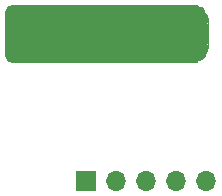
<source format=gbr>
%TF.GenerationSoftware,KiCad,Pcbnew,7.0.7*%
%TF.CreationDate,2025-03-26T12:31:57-04:00*%
%TF.ProjectId,stm_business_card2,73746d5f-6275-4736-996e-6573735f6361,rev?*%
%TF.SameCoordinates,Original*%
%TF.FileFunction,Soldermask,Bot*%
%TF.FilePolarity,Negative*%
%FSLAX46Y46*%
G04 Gerber Fmt 4.6, Leading zero omitted, Abs format (unit mm)*
G04 Created by KiCad (PCBNEW 7.0.7) date 2025-03-26 12:31:57*
%MOMM*%
%LPD*%
G01*
G04 APERTURE LIST*
G04 Aperture macros list*
%AMRoundRect*
0 Rectangle with rounded corners*
0 $1 Rounding radius*
0 $2 $3 $4 $5 $6 $7 $8 $9 X,Y pos of 4 corners*
0 Add a 4 corners polygon primitive as box body*
4,1,4,$2,$3,$4,$5,$6,$7,$8,$9,$2,$3,0*
0 Add four circle primitives for the rounded corners*
1,1,$1+$1,$2,$3*
1,1,$1+$1,$4,$5*
1,1,$1+$1,$6,$7*
1,1,$1+$1,$8,$9*
0 Add four rect primitives between the rounded corners*
20,1,$1+$1,$2,$3,$4,$5,0*
20,1,$1+$1,$4,$5,$6,$7,0*
20,1,$1+$1,$6,$7,$8,$9,0*
20,1,$1+$1,$8,$9,$2,$3,0*%
G04 Aperture macros list end*
%ADD10C,0.100000*%
%ADD11C,1.200000*%
%ADD12RoundRect,0.581625X-0.581625X-1.878375X0.581625X-1.878375X0.581625X1.878375X-0.581625X1.878375X0*%
%ADD13R,1.700000X1.700000*%
%ADD14O,1.700000X1.700000*%
G04 APERTURE END LIST*
D10*
%TO.C,J1*%
X93972400Y-32326398D02*
X93972400Y-34826398D01*
D11*
X93422400Y-32326398D02*
G75*
G03*
X93422400Y-32326398I-600000J0D01*
G01*
X93422402Y-34826400D02*
G75*
G03*
X93422402Y-34826400I-600000J0D01*
G01*
D10*
X93022402Y-35976400D02*
X77247002Y-35976400D01*
X77247002Y-31176399D01*
X93022402Y-31176399D01*
X93022402Y-35976400D01*
G36*
X93022402Y-35976400D02*
G01*
X77247002Y-35976400D01*
X77247002Y-31176399D01*
X93022402Y-31176399D01*
X93022402Y-35976400D01*
G37*
X93972400Y-32726400D02*
X93972400Y-34376400D01*
X91872400Y-35126400D01*
X91672402Y-34826400D01*
X91672400Y-32326398D01*
X93972400Y-32726400D01*
G36*
X93972400Y-32726400D02*
G01*
X93972400Y-34376400D01*
X91872400Y-35126400D01*
X91672402Y-34826400D01*
X91672400Y-32326398D01*
X93972400Y-32726400D01*
G37*
%TD*%
D12*
%TO.C,J1*%
X77955650Y-33586400D03*
%TD*%
D13*
%TO.C,J2*%
X83667600Y-46075600D03*
D14*
X86207600Y-46075600D03*
X88747600Y-46075600D03*
X91287600Y-46075600D03*
X93827600Y-46075600D03*
%TD*%
M02*

</source>
